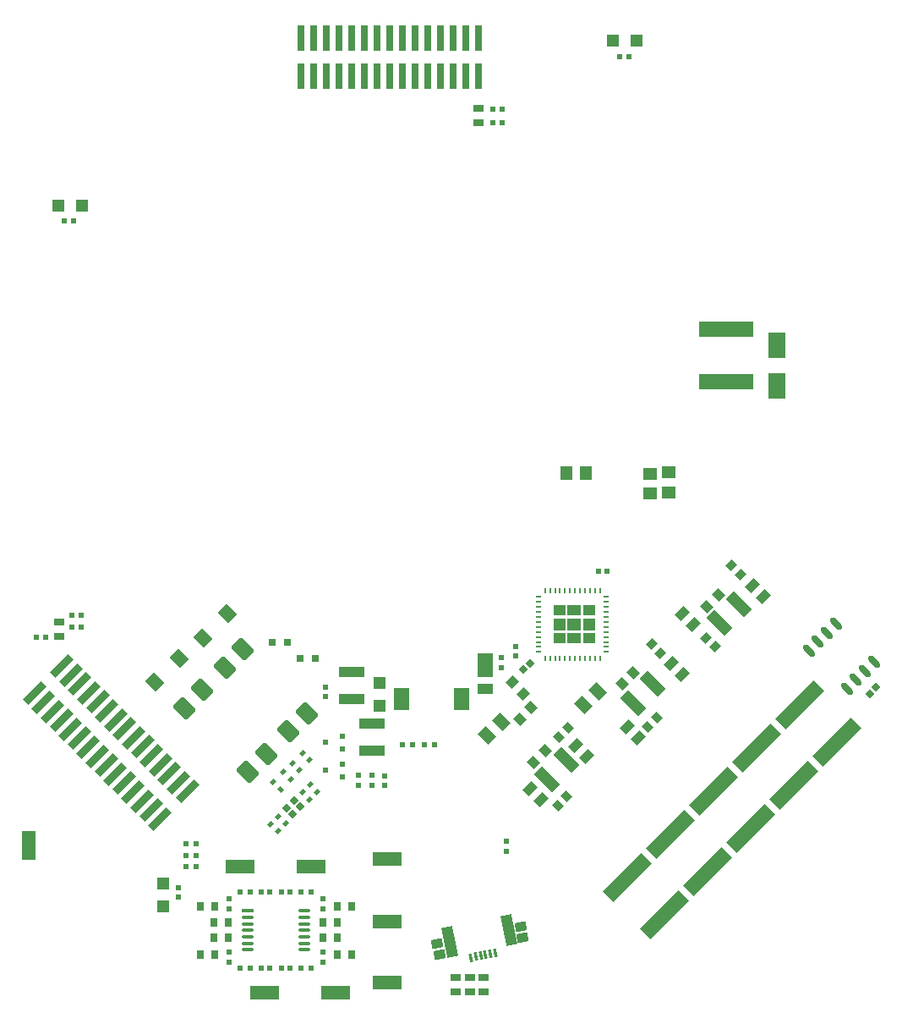
<source format=gtp>
G04*
G04 #@! TF.GenerationSoftware,Altium Limited,Altium Designer,24.1.2 (44)*
G04*
G04 Layer_Color=8421504*
%FSLAX44Y44*%
%MOMM*%
G71*
G04*
G04 #@! TF.SameCoordinates,C067CD15-9508-4875-9725-B3D5D2F0FA69*
G04*
G04*
G04 #@! TF.FilePolarity,Positive*
G04*
G01*
G75*
G04:AMPARAMS|DCode=22|XSize=1.1mm|YSize=0.9mm|CornerRadius=0mm|HoleSize=0mm|Usage=FLASHONLY|Rotation=191.500|XOffset=0mm|YOffset=0mm|HoleType=Round|Shape=Rectangle|*
%AMROTATEDRECTD22*
4,1,4,0.4492,0.5506,0.6287,-0.3313,-0.4492,-0.5506,-0.6287,0.3313,0.4492,0.5506,0.0*
%
%ADD22ROTATEDRECTD22*%

%ADD23R,1.2500X1.1100*%
%ADD24R,1.3720X1.1100*%
%ADD25R,1.2500X1.2800*%
%ADD26R,1.3720X1.2800*%
G04:AMPARAMS|DCode=27|XSize=0.3mm|YSize=0.8mm|CornerRadius=0mm|HoleSize=0mm|Usage=FLASHONLY|Rotation=191.500|XOffset=0mm|YOffset=0mm|HoleType=Round|Shape=Rectangle|*
%AMROTATEDRECTD27*
4,1,4,0.0672,0.4219,0.2267,-0.3621,-0.0672,-0.4219,-0.2267,0.3621,0.0672,0.4219,0.0*
%
%ADD27ROTATEDRECTD27*%

G04:AMPARAMS|DCode=28|XSize=1.1mm|YSize=3.05mm|CornerRadius=0mm|HoleSize=0mm|Usage=FLASHONLY|Rotation=191.500|XOffset=0mm|YOffset=0mm|HoleType=Round|Shape=Rectangle|*
%AMROTATEDRECTD28*
4,1,4,0.2349,1.6040,0.8430,-1.3847,-0.2349,-1.6040,-0.8430,1.3847,0.2349,1.6040,0.0*
%
%ADD28ROTATEDRECTD28*%

%ADD29R,0.5000X0.4750*%
G04:AMPARAMS|DCode=30|XSize=0.9mm|YSize=0.8mm|CornerRadius=0mm|HoleSize=0mm|Usage=FLASHONLY|Rotation=315.000|XOffset=0mm|YOffset=0mm|HoleType=Round|Shape=Rectangle|*
%AMROTATEDRECTD30*
4,1,4,-0.6010,0.0354,-0.0354,0.6010,0.6010,-0.0354,0.0354,-0.6010,-0.6010,0.0354,0.0*
%
%ADD30ROTATEDRECTD30*%

G04:AMPARAMS|DCode=31|XSize=1.25mm|YSize=0.95mm|CornerRadius=0mm|HoleSize=0mm|Usage=FLASHONLY|Rotation=225.000|XOffset=0mm|YOffset=0mm|HoleType=Round|Shape=Rectangle|*
%AMROTATEDRECTD31*
4,1,4,0.1061,0.7778,0.7778,0.1061,-0.1061,-0.7778,-0.7778,-0.1061,0.1061,0.7778,0.0*
%
%ADD31ROTATEDRECTD31*%

G04:AMPARAMS|DCode=32|XSize=0.9mm|YSize=0.8mm|CornerRadius=0mm|HoleSize=0mm|Usage=FLASHONLY|Rotation=45.000|XOffset=0mm|YOffset=0mm|HoleType=Round|Shape=Rectangle|*
%AMROTATEDRECTD32*
4,1,4,-0.0354,-0.6010,-0.6010,-0.0354,0.0354,0.6010,0.6010,0.0354,-0.0354,-0.6010,0.0*
%
%ADD32ROTATEDRECTD32*%

G04:AMPARAMS|DCode=33|XSize=1.55mm|YSize=0.6mm|CornerRadius=0mm|HoleSize=0mm|Usage=FLASHONLY|Rotation=135.000|XOffset=0mm|YOffset=0mm|HoleType=Round|Shape=Round|*
%AMOVALD33*
21,1,0.9500,0.6000,0.0000,0.0000,135.0*
1,1,0.6000,0.3359,-0.3359*
1,1,0.6000,-0.3359,0.3359*
%
%ADD33OVALD33*%

G04:AMPARAMS|DCode=34|XSize=1.5mm|YSize=1.25mm|CornerRadius=0mm|HoleSize=0mm|Usage=FLASHONLY|Rotation=135.000|XOffset=0mm|YOffset=0mm|HoleType=Round|Shape=Rectangle|*
%AMROTATEDRECTD34*
4,1,4,0.9723,-0.0884,0.0884,-0.9723,-0.9723,0.0884,-0.0884,0.9723,0.9723,-0.0884,0.0*
%
%ADD34ROTATEDRECTD34*%

%ADD35R,5.4000X1.5000*%
%ADD36R,0.6000X0.2400*%
%ADD37R,0.2400X0.6000*%
%ADD38R,0.5000X0.5000*%
%ADD39R,1.4000X3.0000*%
%ADD40R,1.7000X2.5000*%
%ADD41R,1.1500X1.1500*%
%ADD42R,0.6500X0.9000*%
%ADD43R,1.5000X2.4000*%
%ADD44R,1.5000X1.0500*%
G04:AMPARAMS|DCode=45|XSize=2mm|YSize=1.5mm|CornerRadius=0.2625mm|HoleSize=0mm|Usage=FLASHONLY|Rotation=135.000|XOffset=0mm|YOffset=0mm|HoleType=Round|Shape=RoundedRectangle|*
%AMROUNDEDRECTD45*
21,1,2.0000,0.9750,0,0,135.0*
21,1,1.4750,1.5000,0,0,135.0*
1,1,0.5250,-0.1768,0.8662*
1,1,0.5250,0.8662,-0.1768*
1,1,0.5250,0.1768,-0.8662*
1,1,0.5250,-0.8662,0.1768*
%
%ADD45ROUNDEDRECTD45*%
%ADD46R,0.8000X0.8000*%
%ADD47R,0.9800X0.7700*%
%ADD48R,1.6000X2.2000*%
G04:AMPARAMS|DCode=49|XSize=0.8mm|YSize=2.62mm|CornerRadius=0mm|HoleSize=0mm|Usage=FLASHONLY|Rotation=315.000|XOffset=0mm|YOffset=0mm|HoleType=Round|Shape=Rectangle|*
%AMROTATEDRECTD49*
4,1,4,-1.2092,-0.6435,0.6435,1.2092,1.2092,0.6435,-0.6435,-1.2092,-1.2092,-0.6435,0.0*
%
%ADD49ROTATEDRECTD49*%

%ADD50R,2.6000X1.1000*%
G04:AMPARAMS|DCode=51|XSize=2.6mm|YSize=1.1mm|CornerRadius=0mm|HoleSize=0mm|Usage=FLASHONLY|Rotation=135.000|XOffset=0mm|YOffset=0mm|HoleType=Round|Shape=Rectangle|*
%AMROTATEDRECTD51*
4,1,4,1.3082,-0.5303,0.5303,-1.3082,-1.3082,0.5303,-0.5303,1.3082,1.3082,-0.5303,0.0*
%
%ADD51ROTATEDRECTD51*%

%ADD52R,1.1500X1.4500*%
G04:AMPARAMS|DCode=53|XSize=0.9mm|YSize=1mm|CornerRadius=0mm|HoleSize=0mm|Usage=FLASHONLY|Rotation=135.000|XOffset=0mm|YOffset=0mm|HoleType=Round|Shape=Rectangle|*
%AMROTATEDRECTD53*
4,1,4,0.6718,0.0354,-0.0354,-0.6718,-0.6718,-0.0354,0.0354,0.6718,0.6718,0.0354,0.0*
%
%ADD53ROTATEDRECTD53*%

G04:AMPARAMS|DCode=54|XSize=1mm|YSize=0.95mm|CornerRadius=0mm|HoleSize=0mm|Usage=FLASHONLY|Rotation=135.000|XOffset=0mm|YOffset=0mm|HoleType=Round|Shape=Rectangle|*
%AMROTATEDRECTD54*
4,1,4,0.6894,-0.0177,0.0177,-0.6894,-0.6894,0.0177,-0.0177,0.6894,0.6894,-0.0177,0.0*
%
%ADD54ROTATEDRECTD54*%

%ADD55R,0.6200X0.6200*%
%ADD56R,1.2500X0.3500*%
%ADD57O,1.2500X0.3500*%
%ADD58R,1.4500X1.1500*%
G04:AMPARAMS|DCode=59|XSize=5.4mm|YSize=1.5mm|CornerRadius=0mm|HoleSize=0mm|Usage=FLASHONLY|Rotation=45.000|XOffset=0mm|YOffset=0mm|HoleType=Round|Shape=Rectangle|*
%AMROTATEDRECTD59*
4,1,4,-1.3789,-2.4395,-2.4395,-1.3789,1.3789,2.4395,2.4395,1.3789,-1.3789,-2.4395,0.0*
%
%ADD59ROTATEDRECTD59*%

G04:AMPARAMS|DCode=60|XSize=1.45mm|YSize=1.15mm|CornerRadius=0mm|HoleSize=0mm|Usage=FLASHONLY|Rotation=315.000|XOffset=0mm|YOffset=0mm|HoleType=Round|Shape=Rectangle|*
%AMROTATEDRECTD60*
4,1,4,-0.9192,0.1061,-0.1061,0.9192,0.9192,-0.1061,0.1061,-0.9192,-0.9192,0.1061,0.0*
%
%ADD60ROTATEDRECTD60*%

%ADD61P,0.8768X4X180.0*%
%ADD62R,0.6200X0.6200*%
%ADD63P,0.8768X4X270.0*%
%ADD64R,0.8000X2.6200*%
%ADD65R,0.4750X0.5000*%
%ADD66R,1.1500X1.1500*%
G04:AMPARAMS|DCode=67|XSize=0.5mm|YSize=0.475mm|CornerRadius=0mm|HoleSize=0mm|Usage=FLASHONLY|Rotation=45.000|XOffset=0mm|YOffset=0mm|HoleType=Round|Shape=Rectangle|*
%AMROTATEDRECTD67*
4,1,4,-0.0088,-0.3447,-0.3447,-0.0088,0.0088,0.3447,0.3447,0.0088,-0.0088,-0.3447,0.0*
%
%ADD67ROTATEDRECTD67*%

G04:AMPARAMS|DCode=68|XSize=0.5mm|YSize=0.475mm|CornerRadius=0mm|HoleSize=0mm|Usage=FLASHONLY|Rotation=315.000|XOffset=0mm|YOffset=0mm|HoleType=Round|Shape=Rectangle|*
%AMROTATEDRECTD68*
4,1,4,-0.3447,0.0088,-0.0088,0.3447,0.3447,-0.0088,0.0088,-0.3447,-0.3447,0.0088,0.0*
%
%ADD68ROTATEDRECTD68*%

%ADD69R,3.0000X1.4000*%
D22*
X133108Y-448850D02*
D03*
X130910Y-438071D02*
D03*
X49809Y-465797D02*
D03*
X47626Y-455016D02*
D03*
D23*
X199870Y-121940D02*
D03*
Y-149840D02*
D03*
X169650Y-121940D02*
D03*
Y-149840D02*
D03*
D24*
X184760Y-121940D02*
D03*
X184760Y-149840D02*
D03*
D25*
X199870Y-135899D02*
D03*
X169650Y-135899D02*
D03*
D26*
X184751Y-135890D02*
D03*
D27*
X81110Y-469124D02*
D03*
X86010Y-468127D02*
D03*
X90909Y-467130D02*
D03*
X95809Y-466133D02*
D03*
X100708Y-465137D02*
D03*
X105608Y-464140D02*
D03*
D28*
X59633Y-453849D02*
D03*
X119409Y-441688D02*
D03*
D29*
X-67310Y-410165D02*
D03*
Y-420415D02*
D03*
X116840Y-353015D02*
D03*
Y-363265D02*
D03*
X111760Y-168865D02*
D03*
Y-179115D02*
D03*
X-161290Y-463505D02*
D03*
Y-473755D02*
D03*
Y-420415D02*
D03*
Y-410165D02*
D03*
X-67310Y-463505D02*
D03*
Y-473755D02*
D03*
X-31750Y-297225D02*
D03*
Y-286975D02*
D03*
X-17780D02*
D03*
Y-297225D02*
D03*
D30*
X168301Y-316839D02*
D03*
X177139Y-308001D02*
D03*
X178409Y-239421D02*
D03*
X169571Y-248259D02*
D03*
X258471Y-238099D02*
D03*
X267309Y-229261D02*
D03*
D31*
X140170Y-300190D02*
D03*
X151130Y-311150D02*
D03*
X237490Y-238760D02*
D03*
X248450Y-249720D02*
D03*
X292970Y-125330D02*
D03*
X303930Y-136290D02*
D03*
X197250Y-268370D02*
D03*
X186290Y-257410D02*
D03*
X292500Y-185820D02*
D03*
X281540Y-174860D02*
D03*
X373780Y-108350D02*
D03*
X362820Y-97390D02*
D03*
D32*
X271119Y-164439D02*
D03*
X262281Y-155601D02*
D03*
X316891Y-149251D02*
D03*
X325729Y-158089D02*
D03*
X351129Y-85699D02*
D03*
X342291Y-76861D02*
D03*
D33*
X484682Y-173262D02*
D03*
X475702Y-182242D02*
D03*
X466722Y-191222D02*
D03*
X457742Y-200202D02*
D03*
X419558Y-162019D02*
D03*
X428538Y-153038D02*
D03*
X437518Y-144058D02*
D03*
X446498Y-135078D02*
D03*
D34*
X-187458Y-149358D02*
D03*
X-163062Y-124962D02*
D03*
X-211322Y-169412D02*
D03*
X-235718Y-193808D02*
D03*
D35*
X336550Y106850D02*
D03*
Y159850D02*
D03*
D36*
X148880Y-163390D02*
D03*
Y-158390D02*
D03*
Y-153390D02*
D03*
Y-148390D02*
D03*
Y-143390D02*
D03*
Y-138390D02*
D03*
Y-133390D02*
D03*
Y-128390D02*
D03*
Y-123390D02*
D03*
Y-118390D02*
D03*
Y-113390D02*
D03*
Y-108390D02*
D03*
X216880D02*
D03*
Y-113390D02*
D03*
X216880Y-118390D02*
D03*
Y-123390D02*
D03*
Y-128390D02*
D03*
Y-133390D02*
D03*
Y-138390D02*
D03*
X216880Y-143390D02*
D03*
Y-148390D02*
D03*
X216880Y-153390D02*
D03*
Y-158390D02*
D03*
Y-163390D02*
D03*
D37*
X155380Y-101890D02*
D03*
X160380D02*
D03*
X165380D02*
D03*
X170380D02*
D03*
X175380D02*
D03*
X180380D02*
D03*
X185380D02*
D03*
X190380D02*
D03*
X195380D02*
D03*
X200380D02*
D03*
X205380D02*
D03*
X210380D02*
D03*
Y-169890D02*
D03*
X205380D02*
D03*
X200380D02*
D03*
X195380Y-169890D02*
D03*
X190380D02*
D03*
X185380Y-169890D02*
D03*
X180380D02*
D03*
X175380D02*
D03*
X170380D02*
D03*
X165380D02*
D03*
X160380Y-169890D02*
D03*
X155380D02*
D03*
D38*
X-64380Y-254000D02*
D03*
X-47380Y-247500D02*
D03*
Y-260500D02*
D03*
X-64380Y-281940D02*
D03*
X-47380Y-275440D02*
D03*
Y-288440D02*
D03*
D39*
X-361950Y-356870D02*
D03*
D40*
X387350Y143190D02*
D03*
Y103190D02*
D03*
D41*
X223200Y448310D02*
D03*
X246700D02*
D03*
X-308290Y283210D02*
D03*
X-331790D02*
D03*
D42*
X-66940Y-434340D02*
D03*
X-52440D02*
D03*
X-175630Y-466090D02*
D03*
X-190130D02*
D03*
X-161660Y-449580D02*
D03*
X-176160D02*
D03*
X-175630Y-417830D02*
D03*
X-190130D02*
D03*
X-161660Y-434340D02*
D03*
X-176160D02*
D03*
X-52970Y-466090D02*
D03*
X-38470D02*
D03*
X-66940Y-449580D02*
D03*
X-52440D02*
D03*
X-52970Y-417830D02*
D03*
X-38470D02*
D03*
D43*
X95250Y-176920D02*
D03*
D44*
Y-200670D02*
D03*
D45*
X-147512Y-160918D02*
D03*
X-165472Y-178878D02*
D03*
X-101408Y-242942D02*
D03*
X-83448Y-224982D02*
D03*
X-188152Y-201558D02*
D03*
X-206112Y-219518D02*
D03*
X-142048Y-283582D02*
D03*
X-124088Y-265622D02*
D03*
D46*
X-102990Y-153670D02*
D03*
X-117990D02*
D03*
X-75050Y-170180D02*
D03*
X-90050D02*
D03*
D47*
X-331470Y-133820D02*
D03*
Y-148120D02*
D03*
X93980Y-503720D02*
D03*
Y-489420D02*
D03*
X80010Y-503720D02*
D03*
Y-489420D02*
D03*
X66040Y-503720D02*
D03*
Y-489420D02*
D03*
X88900Y366230D02*
D03*
Y380530D02*
D03*
D48*
X71910Y-210820D02*
D03*
X11910D02*
D03*
D49*
X-202820Y-303144D02*
D03*
X-211801Y-294164D02*
D03*
X-220781Y-285183D02*
D03*
X-229761Y-276203D02*
D03*
X-238741Y-267223D02*
D03*
X-283643Y-222322D02*
D03*
X-274662Y-231302D02*
D03*
X-265682Y-240282D02*
D03*
X-256702Y-249262D02*
D03*
X-247722Y-258243D02*
D03*
X-292623Y-213341D02*
D03*
X-301603Y-204361D02*
D03*
X-310583Y-195381D02*
D03*
X-319564Y-186401D02*
D03*
X-328544Y-177420D02*
D03*
X-230256Y-330580D02*
D03*
X-239236Y-321599D02*
D03*
X-248217Y-312619D02*
D03*
X-257197Y-303639D02*
D03*
X-266177Y-294659D02*
D03*
X-311078Y-249757D02*
D03*
X-302098Y-258738D02*
D03*
X-293118Y-267718D02*
D03*
X-284138Y-276698D02*
D03*
X-275157Y-285678D02*
D03*
X-320059Y-240777D02*
D03*
X-329039Y-231797D02*
D03*
X-338019Y-222817D02*
D03*
X-346999Y-213836D02*
D03*
X-355980Y-204856D02*
D03*
D50*
X-17780Y-235420D02*
D03*
Y-262420D02*
D03*
X-38100Y-210350D02*
D03*
Y-183350D02*
D03*
D51*
X157480Y-290830D02*
D03*
X176572Y-271738D02*
D03*
X330158Y-134662D02*
D03*
X349250Y-115570D02*
D03*
X243840Y-214630D02*
D03*
X262932Y-195538D02*
D03*
D52*
X196690Y15240D02*
D03*
X176690D02*
D03*
D53*
X122613Y-193733D02*
D03*
X133927Y-205047D02*
D03*
D54*
X144203Y-273627D02*
D03*
X155517Y-262313D02*
D03*
X141547Y-219133D02*
D03*
X130233Y-230447D02*
D03*
X317616Y-117994D02*
D03*
X328930Y-106680D02*
D03*
X232410Y-195580D02*
D03*
X243724Y-184266D02*
D03*
D55*
X230450Y431800D02*
D03*
X239450D02*
D03*
X217860Y-82550D02*
D03*
X208860D02*
D03*
X-128960Y-480060D02*
D03*
X-119960D02*
D03*
X-128960Y-403860D02*
D03*
X-119960D02*
D03*
X-99640Y-480060D02*
D03*
X-108640D02*
D03*
X-99640Y-403860D02*
D03*
X-108640D02*
D03*
X103450Y379730D02*
D03*
X112450D02*
D03*
X103450Y365760D02*
D03*
X112450D02*
D03*
X-344750Y-148590D02*
D03*
X-353750D02*
D03*
X-318190Y-138430D02*
D03*
X-309190D02*
D03*
X-318190Y-127000D02*
D03*
X-309190D02*
D03*
X-316810Y267970D02*
D03*
X-325810D02*
D03*
D56*
X-142550Y-422460D02*
D03*
D57*
Y-428960D02*
D03*
Y-435460D02*
D03*
Y-441960D02*
D03*
Y-448460D02*
D03*
Y-454960D02*
D03*
Y-461460D02*
D03*
X-86050Y-422460D02*
D03*
Y-428960D02*
D03*
Y-435460D02*
D03*
Y-441960D02*
D03*
Y-448460D02*
D03*
Y-454960D02*
D03*
Y-461460D02*
D03*
D58*
X279400Y16350D02*
D03*
Y-3650D02*
D03*
X260350Y15080D02*
D03*
Y-4920D02*
D03*
D59*
X280982Y-345752D02*
D03*
X318458Y-383228D02*
D03*
X237802Y-388932D02*
D03*
X275278Y-426408D02*
D03*
X410522Y-216212D02*
D03*
X447998Y-253688D02*
D03*
X367342Y-259392D02*
D03*
X404818Y-296868D02*
D03*
X324162Y-302572D02*
D03*
X361638Y-340048D02*
D03*
D60*
X111211Y-232959D02*
D03*
X97069Y-247101D02*
D03*
X193589Y-216621D02*
D03*
X207731Y-202479D02*
D03*
D61*
X480688Y-205112D02*
D03*
X487052Y-198748D02*
D03*
X140342Y-174618D02*
D03*
X133978Y-180982D02*
D03*
D62*
X125730Y-158060D02*
D03*
Y-167060D02*
D03*
X-64770Y-207700D02*
D03*
Y-198700D02*
D03*
X-5080Y-287600D02*
D03*
Y-296600D02*
D03*
X-212090Y-399360D02*
D03*
Y-408360D02*
D03*
D63*
X-103512Y-319398D02*
D03*
X-97148Y-325762D02*
D03*
X-95892Y-311778D02*
D03*
X-89528Y-318142D02*
D03*
D64*
X-88900Y412400D02*
D03*
X-76200D02*
D03*
X-63500D02*
D03*
X-50800D02*
D03*
X-38100D02*
D03*
X25400D02*
D03*
X12700D02*
D03*
X0D02*
D03*
X-12700D02*
D03*
X-25400D02*
D03*
X38100D02*
D03*
X50800D02*
D03*
X63500D02*
D03*
X76200D02*
D03*
X88900D02*
D03*
X-88900Y451200D02*
D03*
X-76200D02*
D03*
X-63500D02*
D03*
X-50800D02*
D03*
X-38100D02*
D03*
X25400D02*
D03*
X12700D02*
D03*
X0D02*
D03*
X-12700D02*
D03*
X-25400D02*
D03*
X38100D02*
D03*
X50800D02*
D03*
X63500D02*
D03*
X76200D02*
D03*
X88900D02*
D03*
D65*
X-194265Y-378460D02*
D03*
X-204515D02*
D03*
X-194265Y-367030D02*
D03*
X-204515D02*
D03*
Y-355600D02*
D03*
X-194265D02*
D03*
X22905Y-256540D02*
D03*
X12655D02*
D03*
X44495D02*
D03*
X34245D02*
D03*
X-139655Y-480060D02*
D03*
X-149905D02*
D03*
X-139655Y-403860D02*
D03*
X-149905D02*
D03*
X-88945Y-480060D02*
D03*
X-78695D02*
D03*
X-88945Y-403860D02*
D03*
X-78695D02*
D03*
D66*
X-10160Y-193990D02*
D03*
Y-217490D02*
D03*
X-227330Y-394650D02*
D03*
Y-418150D02*
D03*
D67*
X-116654Y-293556D02*
D03*
X-97604Y-274506D02*
D03*
X-90356Y-281754D02*
D03*
X-87444Y-264346D02*
D03*
X-80196Y-271594D02*
D03*
X-106494Y-283396D02*
D03*
X-99246Y-290644D02*
D03*
X-111946Y-342714D02*
D03*
X-119194Y-335466D02*
D03*
X-72576Y-303344D02*
D03*
X-79824Y-296096D02*
D03*
X-111574Y-327846D02*
D03*
X-104326Y-335094D02*
D03*
X-87444Y-303716D02*
D03*
X-80196Y-310964D02*
D03*
D68*
X-109406Y-300804D02*
D03*
D69*
X-2540Y-494030D02*
D03*
Y-433070D02*
D03*
Y-370840D02*
D03*
X-125730Y-504190D02*
D03*
X-149860Y-378460D02*
D03*
X-54610Y-504190D02*
D03*
X-78740Y-378460D02*
D03*
M02*

</source>
